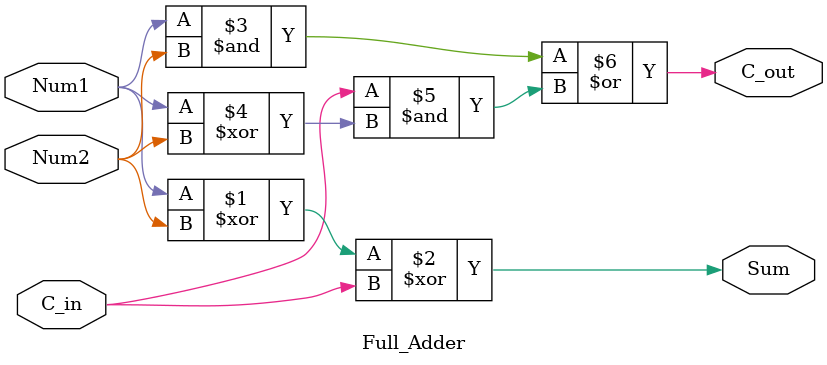
<source format=v>
module Lab2_140L (
 input wire Gl_rst,                  // reset signal (active high)
 input wire clk,                     // global clock
 input wire Gl_adder_start,          // r1, r2, OP are ready  
 input wire Gl_subtract,             // subtract (active high)
 input wire [7:0] Gl_r1           , // 8bit number 1
 input wire [7:0] Gl_r2           , // 8bit number 1
 output wire [7:0] L2_adder_data   ,   // 8 bit ascii sum
 output wire L2_adder_rdy          , //pulse
 output wire [7:0] L2_led
);

	sigDelay	s_d(				//call the sigDelay module to let the computer on which period what is down is will do.
.sigOut(L2_adder_rdy),
.sigIn(Gl_adder_start),
.clk(clk),
.rst(Gl_rst)
);


wire [3:0] carry;		// create a wire for the carry_in



Full_Adder bit1(				// the first bit adder
.Num1(Gl_r1[0]),
.Num2(Gl_r2[0]^Gl_subtract),
.C_in(Gl_subtract),
.Sum(L2_adder_data[0]),
.C_out(carry[0])
);

Full_Adder bit2(			//the second bit
.Num1(Gl_r1[1]),
.Num2(Gl_r2[1]^Gl_subtract),
.C_in(carry[0]),
.Sum(L2_adder_data[1]),
.C_out(carry[1])
);

Full_Adder bit3(				//the third bit
.Num1(Gl_r1[2]),
.Num2(Gl_r2[2]^Gl_subtract),
.C_in(carry[1]),
.Sum(L2_adder_data[2]),
.C_out(carry[2])
);

Full_Adder bit4(				// the forth bit
.Num1(Gl_r1[3]),
.Num2(Gl_r2[3]^Gl_subtract),
.C_in(carry[2]),
.Sum(L2_adder_data[3]),
.C_out(carry[3])
);

assign L2_led[0] = L2_adder_data[0];		// the led[0] through to led[3] is equal to the adder_dada
assign L2_led[1] = L2_adder_data[1];
assign L2_led[2] = L2_adder_data[2];
assign L2_led[3] = L2_adder_data[3];
assign L2_led[4] = carry[3]^Gl_subtract;



reg five;
reg six;

 
 always @(*)
 begin
 if(carry[3]==1'b0 && Gl_subtract) begin
		 five<=1'b0;
		 six<=1'b1;

	end else begin
		 five<=1'b1;
		 six<=1'b0;
		end
 end
 
assign L2_adder_data[4] = 1'b1;//we know that the 8th bits and 5th bits is 0 and 1.
assign L2_adder_data[5] = five;
assign L2_adder_data[6] = six;		
assign L2_adder_data[7] = 1'b0;
 
 


 


 endmodule


module sigDelay(
		  output      sigOut,
		  input       sigIn,
		  input       clk,
		  input       rst);

   parameter delayVal = 4;
   reg [15:0] 		      delayReg;


   always @(posedge clk) begin
      if (rst)
	delayReg <= 16'b0;
      else begin
	 delayReg <= {delayReg[14:0], sigIn};
      end
   end

   assign sigOut = delayReg[delayVal];
	

endmodule // sigDelay




module Full_Adder(		// this is a one bit Full_Adder
		Num1,
		Num2,
		C_in,
		Sum,
		C_out
);

	input Num1;
	input Num2;
	input C_in;
	output Sum;
	output C_out;
	
	assign Sum = (Num1 ^ Num2) ^ C_in;
	assign C_out = (Num1 & Num2) | C_in & (Num1 ^ Num2);
	
endmodule

	
</source>
